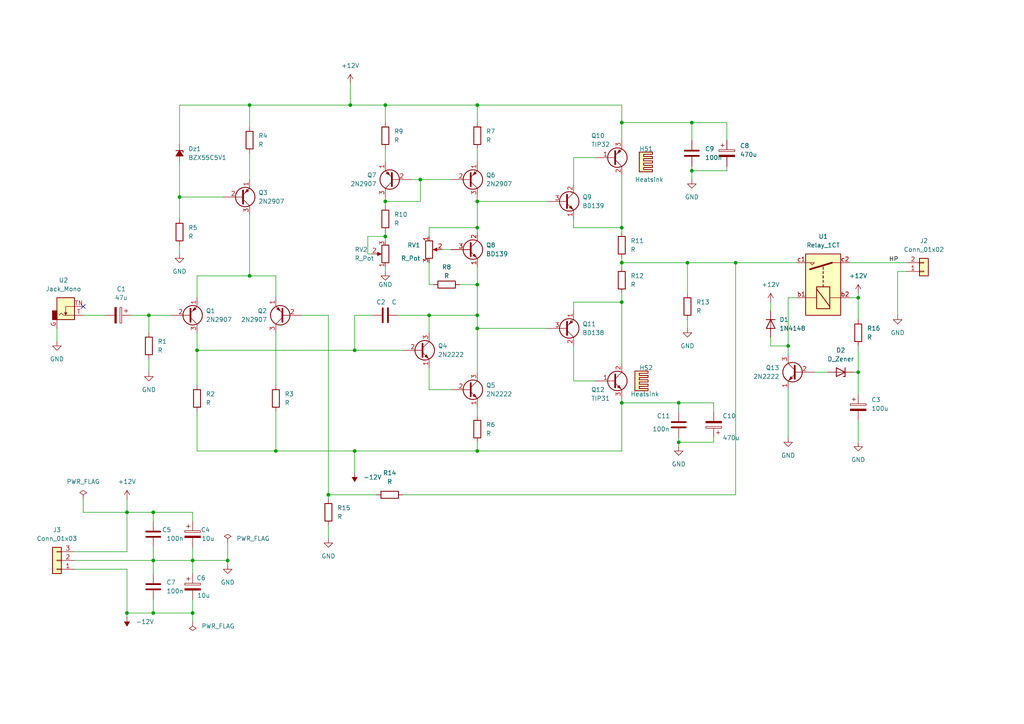
<source format=kicad_sch>
(kicad_sch (version 20211123) (generator eeschema)
  (paper "A4")
  (title_block (title "Schéma Ampli Audio Laborde-Tastet / Rahli") (company "3 IMACS Groupe E") (comment 1 "Version 5") (comment 2 "strap en horizontal au lieux de diagonal") (comment 3 "Pistes élargies") (comment 4 "modifs:"))
  (lib_symbols
    (symbol "Connector_Generic:Conn_01x02" (pin_names (offset 1.016) hide)
      (property "Reference" "J" (at 0 2.54 0))
      (property "Value" "Conn_01x02" (at 0 -5.08 0))
      (symbol "Conn_01x02_1_1"
        (rectangle (start -1.27 -2.413) (end 0 -2.667) (stroke (width 0.1524)))
        (rectangle (start -1.27 0.127) (end 0 -0.127) (stroke (width 0.1524)))
        (rectangle (start -1.27 1.27) (end 1.27 -3.81) (stroke (width 0.254)) (fill (type background)))
        (pin passive line (at -5.08 0 0) (length 3.81) (name "Pin_1") (number "1"))
        (pin passive line (at -5.08 -2.54 0) (length 3.81) (name "Pin_2") (number "2"))
      )
    )
    (symbol "Connector_Generic:Conn_01x03" (pin_names (offset 1.016) hide)
      (property "Reference" "J" (at 0 5.08 0))
      (property "Value" "Conn_01x03" (at 0 -5.08 0))
      (symbol "Conn_01x03_1_1"
        (rectangle (start -1.27 -2.413) (end 0 -2.667) (stroke (width 0.1524)))
        (rectangle (start -1.27 0.127) (end 0 -0.127) (stroke (width 0.1524)))
        (rectangle (start -1.27 2.667) (end 0 2.413) (stroke (width 0.1524)))
        (rectangle (start -1.27 3.81) (end 1.27 -3.81) (stroke (width 0.254)) (fill (type background)))
        (pin passive line (at -5.08 2.54 0) (length 3.81) (name "Pin_1") (number "1"))
        (pin passive line (at -5.08 0 0) (length 3.81) (name "Pin_2") (number "2"))
        (pin passive line (at -5.08 -2.54 0) (length 3.81) (name "Pin_3") (number "3"))
      )
    )
    (symbol "Device:C" (pin_numbers hide) (pin_names (offset 0.254))
      (property "Reference" "C" (at 0.635 2.54 0))
      (property "Value" "C" (at 0.635 -2.54 0))
      (symbol "C_0_1"
        (polyline (pts (xy -2.032 -0.762) (xy 2.032 -0.762)) (stroke (width 0.508)))
        (polyline (pts (xy -2.032 0.762) (xy 2.032 0.762)) (stroke (width 0.508)))
      )
      (symbol "C_1_1"
        (pin passive line (at 0 3.81 270) (length 2.794) (name "~") (number "1"))
        (pin passive line (at 0 -3.81 90) (length 2.794) (name "~") (number "2"))
      )
    )
    (symbol "Device:C_Polarized" (pin_numbers hide) (pin_names (offset 0.254))
      (property "Reference" "C" (at 0.635 2.54 0))
      (property "Value" "C_Polarized" (at 0.635 -2.54 0))
      (symbol "C_Polarized_0_1"
        (rectangle (start -2.286 0.508) (end 2.286 1.016))
        (polyline (pts (xy -1.778 2.286) (xy -0.762 2.286)))
        (polyline (pts (xy -1.27 2.794) (xy -1.27 1.778)))
        (rectangle (start 2.286 -0.508) (end -2.286 -1.016) (fill (type outline)))
      )
      (symbol "C_Polarized_1_1"
        (pin passive line (at 0 3.81 270) (length 2.794) (name "~") (number "1"))
        (pin passive line (at 0 -3.81 90) (length 2.794) (name "~") (number "2"))
      )
    )
    (symbol "Device:D_Zener" (pin_numbers hide) (pin_names (offset 1.016) hide)
      (property "Reference" "D" (at 0 2.54 0))
      (property "Value" "D_Zener" (at 0 -2.54 0))
      (symbol "D_Zener_0_1"
        (polyline (pts (xy 1.27 0) (xy -1.27 0)))
        (polyline (pts (xy -1.27 -1.27) (xy -1.27 1.27) (xy -0.762 1.27)) (stroke (width 0.254)))
        (polyline (pts (xy 1.27 -1.27) (xy 1.27 1.27) (xy -1.27 0) (xy 1.27 -1.27)) (stroke (width 0.254)))
      )
      (symbol "D_Zener_1_1"
        (pin passive line (at -3.81 0 0) (length 2.54) (name "K") (number "1"))
        (pin passive line (at 3.81 0 180) (length 2.54) (name "A") (number "2"))
      )
    )
    (symbol "Device:D_Zener_Small_Filled" (pin_numbers hide) (pin_names (offset 0.254) hide)
      (property "Reference" "D" (at 0 2.286 0))
      (property "Value" "D_Zener_Small_Filled" (at 0 -2.286 0))
      (symbol "D_Zener_Small_Filled_0_1"
        (polyline (pts (xy 0.762 0) (xy -0.762 0)))
        (polyline (pts (xy -0.254 1.016) (xy -0.762 1.016) (xy -0.762 -1.016)) (stroke (width 0.254)))
        (polyline (pts (xy 0.762 1.016) (xy -0.762 0) (xy 0.762 -1.016) (xy 0.762 1.016)) (stroke (width 0.254)) (fill (type outline)))
      )
      (symbol "D_Zener_Small_Filled_1_1"
        (pin passive line (at -2.54 0 0) (length 1.778) (name "K") (number "1"))
        (pin passive line (at 2.54 0 180) (length 1.778) (name "A") (number "2"))
      )
    )
    (symbol "Device:Q_NPN_BCE" (pin_names (offset 0) hide)
      (property "Reference" "Q" (at 5.08 1.27 0))
      (property "Value" "Q_NPN_BCE" (at 5.08 -1.27 0))
      (symbol "Q_NPN_BCE_0_1"
        (polyline (pts (xy 0.635 0.635) (xy 2.54 2.54)))
        (polyline (pts (xy 0.635 -0.635) (xy 2.54 -2.54) (xy 2.54 -2.54)))
        (polyline (pts (xy 0.635 1.905) (xy 0.635 -1.905) (xy 0.635 -1.905)) (stroke (width 0.508)))
        (polyline (pts (xy 1.27 -1.778) (xy 1.778 -1.27) (xy 2.286 -2.286) (xy 1.27 -1.778) (xy 1.27 -1.778)) (fill (type outline)))
        (circle (center 1.27 0) (radius 2.8194) (stroke (width 0.254)))
      )
      (symbol "Q_NPN_BCE_1_1"
        (pin input line (at -5.08 0 0) (length 5.715) (name "B") (number "1"))
        (pin passive line (at 2.54 5.08 270) (length 2.54) (name "C") (number "2"))
        (pin passive line (at 2.54 -5.08 90) (length 2.54) (name "E") (number "3"))
      )
    )
    (symbol "Device:Q_NPN_EBC" (pin_names (offset 0) hide)
      (property "Reference" "Q" (at 5.08 1.27 0))
      (property "Value" "Q_NPN_EBC" (at 5.08 -1.27 0))
      (symbol "Q_NPN_EBC_0_1"
        (polyline (pts (xy 0.635 0.635) (xy 2.54 2.54)))
        (polyline (pts (xy 0.635 -0.635) (xy 2.54 -2.54) (xy 2.54 -2.54)))
        (polyline (pts (xy 0.635 1.905) (xy 0.635 -1.905) (xy 0.635 -1.905)) (stroke (width 0.508)))
        (polyline (pts (xy 1.27 -1.778) (xy 1.778 -1.27) (xy 2.286 -2.286) (xy 1.27 -1.778) (xy 1.27 -1.778)) (fill (type outline)))
        (circle (center 1.27 0) (radius 2.8194) (stroke (width 0.254)))
      )
      (symbol "Q_NPN_EBC_1_1"
        (pin passive line (at 2.54 -5.08 90) (length 2.54) (name "E") (number "1"))
        (pin passive line (at -5.08 0 0) (length 5.715) (name "B") (number "2"))
        (pin passive line (at 2.54 5.08 270) (length 2.54) (name "C") (number "3"))
      )
    )
    (symbol "Device:Q_NPN_ECB" (pin_names (offset 0) hide)
      (property "Reference" "Q" (at 5.08 1.27 0))
      (property "Value" "Q_NPN_ECB" (at 5.08 -1.27 0))
      (symbol "Q_NPN_ECB_0_1"
        (polyline (pts (xy 0.635 0.635) (xy 2.54 2.54)))
        (polyline (pts (xy 0.635 -0.635) (xy 2.54 -2.54) (xy 2.54 -2.54)))
        (polyline (pts (xy 0.635 1.905) (xy 0.635 -1.905) (xy 0.635 -1.905)) (stroke (width 0.508)))
        (polyline (pts (xy 1.27 -1.778) (xy 1.778 -1.27) (xy 2.286 -2.286) (xy 1.27 -1.778) (xy 1.27 -1.778)) (fill (type outline)))
        (circle (center 1.27 0) (radius 2.8194) (stroke (width 0.254)))
      )
      (symbol "Q_NPN_ECB_1_1"
        (pin passive line (at 2.54 -5.08 90) (length 2.54) (name "E") (number "1"))
        (pin passive line (at 2.54 5.08 270) (length 2.54) (name "C") (number "2"))
        (pin passive line (at -5.08 0 0) (length 5.715) (name "B") (number "3"))
      )
    )
    (symbol "Device:Q_PNP_BCE" (pin_names (offset 0) hide)
      (property "Reference" "Q" (at 5.08 1.27 0))
      (property "Value" "Q_PNP_BCE" (at 5.08 -1.27 0))
      (symbol "Q_PNP_BCE_0_1"
        (polyline (pts (xy 0.635 0.635) (xy 2.54 2.54)))
        (polyline (pts (xy 0.635 -0.635) (xy 2.54 -2.54) (xy 2.54 -2.54)))
        (polyline (pts (xy 0.635 1.905) (xy 0.635 -1.905) (xy 0.635 -1.905)) (stroke (width 0.508)))
        (polyline (pts (xy 2.286 -1.778) (xy 1.778 -2.286) (xy 1.27 -1.27) (xy 2.286 -1.778) (xy 2.286 -1.778)) (fill (type outline)))
        (circle (center 1.27 0) (radius 2.8194) (stroke (width 0.254)))
      )
      (symbol "Q_PNP_BCE_1_1"
        (pin input line (at -5.08 0 0) (length 5.715) (name "B") (number "1"))
        (pin passive line (at 2.54 5.08 270) (length 2.54) (name "C") (number "2"))
        (pin passive line (at 2.54 -5.08 90) (length 2.54) (name "E") (number "3"))
      )
    )
    (symbol "Device:Q_PNP_EBC" (pin_names (offset 0) hide)
      (property "Reference" "Q" (at 5.08 1.27 0))
      (property "Value" "Q_PNP_EBC" (at 5.08 -1.27 0))
      (symbol "Q_PNP_EBC_0_1"
        (polyline (pts (xy 0.635 0.635) (xy 2.54 2.54)))
        (polyline (pts (xy 0.635 -0.635) (xy 2.54 -2.54) (xy 2.54 -2.54)))
        (polyline (pts (xy 0.635 1.905) (xy 0.635 -1.905) (xy 0.635 -1.905)) (stroke (width 0.508)))
        (polyline (pts (xy 2.286 -1.778) (xy 1.778 -2.286) (xy 1.27 -1.27) (xy 2.286 -1.778) (xy 2.286 -1.778)) (fill (type outline)))
        (circle (center 1.27 0) (radius 2.8194) (stroke (width 0.254)))
      )
      (symbol "Q_PNP_EBC_1_1"
        (pin passive line (at 2.54 -5.08 90) (length 2.54) (name "E") (number "1"))
        (pin input line (at -5.08 0 0) (length 5.715) (name "B") (number "2"))
        (pin passive line (at 2.54 5.08 270) (length 2.54) (name "C") (number "3"))
      )
    )
    (symbol "Device:Q_PNP_ECB" (pin_names (offset 0) hide)
      (property "Reference" "Q" (at 5.08 1.27 0))
      (property "Value" "Q_PNP_ECB" (at 5.08 -1.27 0))
      (symbol "Q_PNP_ECB_0_1"
        (polyline (pts (xy 0.635 0.635) (xy 2.54 2.54)))
        (polyline (pts (xy 0.635 -0.635) (xy 2.54 -2.54) (xy 2.54 -2.54)))
        (polyline (pts (xy 0.635 1.905) (xy 0.635 -1.905) (xy 0.635 -1.905)) (stroke (width 0.508)))
        (polyline (pts (xy 2.286 -1.778) (xy 1.778 -2.286) (xy 1.27 -1.27) (xy 2.286 -1.778) (xy 2.286 -1.778)) (fill (type outline)))
        (circle (center 1.27 0) (radius 2.8194) (stroke (width 0.254)))
      )
      (symbol "Q_PNP_ECB_1_1"
        (pin passive line (at 2.54 -5.08 90) (length 2.54) (name "E") (number "1"))
        (pin passive line (at 2.54 5.08 270) (length 2.54) (name "C") (number "2"))
        (pin input line (at -5.08 0 0) (length 5.715) (name "B") (number "3"))
      )
    )
    (symbol "Device:R" (pin_numbers hide) (pin_names (offset 0))
      (property "Reference" "R" (at 2.032 0 90))
      (property "Value" "R" (at 0 0 90))
      (symbol "R_0_1"
        (rectangle (start -1.016 -2.54) (end 1.016 2.54) (stroke (width 0.254)))
      )
      (symbol "R_1_1"
        (pin passive line (at 0 3.81 270) (length 1.27) (name "~") (number "1"))
        (pin passive line (at 0 -3.81 90) (length 1.27) (name "~") (number "2"))
      )
    )
    (symbol "Device:R_Potentiometer" (pin_names (offset 1.016) hide)
      (property "Reference" "RV" (at -4.445 0 90))
      (property "Value" "R_Potentiometer" (at -2.54 0 90))
      (symbol "R_Potentiometer_0_1"
        (polyline (pts (xy 2.54 0) (xy 1.524 0)))
        (polyline (pts (xy 1.143 0) (xy 2.286 0.508) (xy 2.286 -0.508) (xy 1.143 0)) (fill (type outline)))
        (rectangle (start 1.016 2.54) (end -1.016 -2.54) (stroke (width 0.254)))
      )
      (symbol "R_Potentiometer_1_1"
        (pin passive line (at 0 3.81 270) (length 1.27) (name "1") (number "1"))
        (pin passive line (at 3.81 0 180) (length 1.27) (name "2") (number "2"))
        (pin passive line (at 0 -3.81 90) (length 1.27) (name "3") (number "3"))
      )
    )
    (symbol "Diode:1N4148" (pin_numbers hide) (pin_names (offset 1.016) hide)
      (property "Reference" "D" (at 0 2.54 0))
      (property "Value" "1N4148" (at 0 -2.54 0))
      (symbol "1N4148_0_1"
        (polyline (pts (xy -1.27 1.27) (xy -1.27 -1.27)) (stroke (width 0.254)))
        (polyline (pts (xy 1.27 0) (xy -1.27 0)))
        (polyline (pts (xy 1.27 1.27) (xy 1.27 -1.27) (xy -1.27 0) (xy 1.27 1.27)) (stroke (width 0.254)))
      )
      (symbol "1N4148_1_1"
        (pin passive line (at -3.81 0 0) (length 2.54) (name "K") (number "1"))
        (pin passive line (at 3.81 0 180) (length 2.54) (name "A") (number "2"))
      )
    )
    (symbol "Mechanical:Heatsink" (pin_names (offset 1.016))
      (property "Reference" "HS" (at 0 5.08 0))
      (property "Value" "Heatsink" (at 0 -1.27 0))
      (symbol "Heatsink_0_1"
        (polyline (pts (xy -0.3302 1.27) (xy -0.9652 1.27) (xy -0.9652 3.81) (xy -1.6002 3.81) (xy -1.6002 1.27) (xy -2.2352 1.27) (xy -2.2352 3.81) (xy -2.8702 3.81) (xy -2.8702 0) (xy -0.9652 0)) (stroke (width 0.254)) (fill (type background)))
        (polyline (pts (xy -0.3302 1.27) (xy -0.3302 3.81) (xy 0.3048 3.81) (xy 0.3048 1.27) (xy 0.9398 1.27) (xy 0.9398 3.81) (xy 1.5748 3.81) (xy 1.5748 1.27) (xy 2.2098 1.27) (xy 2.2098 3.81) (xy 2.8448 3.81) (xy 2.8448 0) (xy -0.9652 0)) (stroke (width 0.254)) (fill (type background)))
      )
    )
    (symbol "power:+12V" (power) (pin_names (offset 0))
      (property "Value" "+12V" (at 0 3.556 0))
      (symbol "+12V_0_1"
        (polyline (pts (xy -0.762 1.27) (xy 0 2.54)))
        (polyline (pts (xy 0 0) (xy 0 2.54)))
        (polyline (pts (xy 0 2.54) (xy 0.762 1.27)))
      )
      (symbol "+12V_1_1"
        (pin power_in line (at 0 0 90) (length 0) hide (name "+12V") (number "1"))
      )
    )
    (symbol "power:-12V" (power) (pin_names (offset 0))
      (property "Value" "-12V" (at 0 3.81 0))
      (symbol "-12V_0_0"
        (pin power_in line (at 0 0 90) (length 0) hide (name "-12V") (number "1"))
      )
      (symbol "-12V_0_1"
        (polyline (pts (xy 0 0) (xy 0 1.27) (xy 0.762 1.27) (xy 0 2.54) (xy -0.762 1.27) (xy 0 1.27)) (fill (type outline)))
      )
    )
    (symbol "power:GND" (power) (pin_names (offset 0))
      (property "Value" "GND" (at 0 -3.81 0))
      (symbol "GND_0_1"
        (polyline (pts (xy 0 0) (xy 0 -1.27) (xy 1.27 -1.27) (xy 0 -2.54) (xy -1.27 -1.27) (xy 0 -1.27)))
      )
      (symbol "GND_1_1"
        (pin power_in line (at 0 0 270) (length 0) hide (name "GND") (number "1"))
      )
    )
    (symbol "power:PWR_FLAG" (power) (pin_numbers hide) (pin_names (offset 0) hide)
      (property "Value" "PWR_FLAG" (at 0 3.81 0))
      (symbol "PWR_FLAG_0_0"
        (pin power_out line (at 0 0 90) (length 0) (name "pwr") (number "1"))
      )
      (symbol "PWR_FLAG_0_1"
        (polyline (pts (xy 0 0) (xy 0 1.27) (xy -1.016 1.905) (xy 0 2.54) (xy 1.016 1.905) (xy 0 1.27)))
      )
    )
    (symbol "projetBE:Jack_Mono" (pin_names (offset 1.016))
      (property "Reference" "U" (at 1.27 5.08 0))
      (property "Value" "Jack_Mono" (at 1.27 -8.89 0))
      (symbol "Jack_Mono_0_1"
        (polyline (pts (xy 2.54 0) (xy 0 0) (xy 0 -2.54)))
        (polyline (pts (xy 0 -2.413) (xy 0.381 -1.778) (xy -0.381 -1.778) (xy 0 -2.413)) (fill (type outline)))
        (polyline (pts (xy 2.54 -2.54) (xy -0.635 -2.54) (xy -1.27 -1.905) (xy -1.905 -2.54)))
      )
      (symbol "Jack_Mono_1_1"
        (rectangle (start -2.54 -3.81) (end -3.81 -1.27) (stroke (width 0.254)) (fill (type outline)))
        (rectangle (start 2.54 2.54) (end -2.54 -3.81) (stroke (width 0.254)) (fill (type background)))
        (pin passive line (at -2.54 -6.35 90) (length 2.54) (name "~") (number "G"))
        (pin passive line (at 5.08 -2.54 180) (length 2.54) (name "~") (number "T"))
        (pin passive line (at 5.08 0 180) (length 2.54) (name "~") (number "TN"))
      )
    )
    (symbol "projetBE:Relay_1CT" (pin_names (offset 1.016))
      (property "Reference" "U" (at -2.54 10.16 0))
      (property "Value" "Relay_1CT" (at 0 -11.43 0))
      (symbol "Relay_1CT_1_0"
        (polyline (pts (xy 5.08 3.81) (xy 5.08 5.08)))
        (polyline (pts (xy 5.08 3.81) (xy 5.08 2.54) (xy 4.445 3.175) (xy 5.08 3.81)))
      )
      (symbol "Relay_1CT_1_1"
        (rectangle (start -10.16 5.08) (end 7.62 -5.08) (stroke (width 0.254)) (fill (type background)))
        (rectangle (start -8.255 1.905) (end -1.905 -1.905) (stroke (width 0.254)))
        (polyline (pts (xy -7.62 -1.905) (xy -2.54 1.905)) (stroke (width 0.254)))
        (polyline (pts (xy -5.08 -5.08) (xy -5.08 -1.905)))
        (polyline (pts (xy -5.08 5.08) (xy -5.08 1.905)))
        (polyline (pts (xy -1.905 0) (xy -1.27 0)) (stroke (width 0.254)))
        (polyline (pts (xy -0.635 0) (xy 0 0)) (stroke (width 0.254)))
        (polyline (pts (xy 0.635 0) (xy 1.27 0)) (stroke (width 0.254)))
        (polyline (pts (xy 0.635 0) (xy 1.27 0)) (stroke (width 0.254)))
        (polyline (pts (xy 1.905 0) (xy 2.54 0)) (stroke (width 0.254)))
        (polyline (pts (xy 3.175 0) (xy 3.81 0)) (stroke (width 0.254)))
        (polyline (pts (xy 5.08 -2.54) (xy 3.175 3.81)) (stroke (width 0.508)))
        (polyline (pts (xy 5.08 -2.54) (xy 5.08 -5.08)))
        (pin passive line (at -5.08 7.62 270) (length 2.54) (name "~") (number "b1"))
        (pin passive line (at -5.08 -7.62 90) (length 2.54) (name "~") (number "b2"))
        (pin passive line (at 5.08 7.62 270) (length 2.54) (name "~") (number "c1"))
        (pin passive line (at 5.08 -7.62 90) (length 2.54) (name "~") (number "c2"))
      )
    )
  )
  (junction (at 228.6 100.33))
  (junction (at 138.43 30.48))
  (junction (at 44.45 177.8))
  (junction (at 52.07 57.15))
  (junction (at 72.39 80.01))
  (junction (at 101.6 30.48))
  (junction (at 36.83 148.59))
  (junction (at 43.18 91.44))
  (junction (at 44.45 162.56))
  (junction (at 138.43 82.55))
  (junction (at 180.34 76.2))
  (junction (at 55.88 162.56))
  (junction (at 36.83 177.8))
  (junction (at 138.43 91.44))
  (junction (at 66.04 162.56))
  (junction (at 248.92 107.95))
  (junction (at 44.45 148.59))
  (junction (at 111.76 58.42))
  (junction (at 138.43 66.04))
  (junction (at 102.87 130.81))
  (junction (at 180.34 66.04))
  (junction (at 121.92 52.07))
  (junction (at 138.43 95.25))
  (junction (at 180.34 87.63))
  (junction (at 138.43 58.42))
  (junction (at 111.76 68.58))
  (junction (at 138.43 130.81))
  (junction (at 213.36 76.2))
  (junction (at 124.46 91.44))
  (junction (at 180.34 116.84))
  (junction (at 200.66 49.53))
  (junction (at 196.85 116.84))
  (junction (at 200.66 35.56))
  (junction (at 196.85 128.27))
  (junction (at 95.25 143.51))
  (junction (at 55.88 177.8))
  (junction (at 72.39 30.48))
  (junction (at 111.76 30.48))
  (junction (at 180.34 35.56))
  (junction (at 248.92 86.36))
  (junction (at 80.01 130.81))
  (junction (at 199.39 76.2))
  (junction (at 57.15 101.6))
  (junction (at 102.87 101.6))
  (no_connect (at 24.13 88.9))
  (wire (pts (xy 21.59 165.1) (xy 36.83 165.1)))
  (wire (pts (xy 138.43 82.55) (xy 138.43 91.44)))
  (wire (pts (xy 138.43 58.42) (xy 158.75 58.42)))
  (wire (pts (xy 72.39 30.48) (xy 101.6 30.48)))
  (wire (pts (xy 196.85 127) (xy 196.85 128.27)))
  (wire (pts (xy 180.34 35.56) (xy 200.66 35.56)))
  (wire (pts (xy 133.35 82.55) (xy 138.43 82.55)))
  (wire (pts (xy 124.46 113.03) (xy 124.46 106.68)))
  (wire (pts (xy 180.34 66.04) (xy 180.34 67.31)))
  (wire (pts (xy 213.36 143.51) (xy 213.36 76.2)))
  (wire (pts (xy 109.22 143.51) (xy 95.25 143.51)))
  (wire (pts (xy 138.43 30.48) (xy 138.43 35.56)))
  (wire (pts (xy 72.39 30.48) (xy 72.39 36.83)))
  (wire (pts (xy 236.22 107.95) (xy 240.03 107.95)))
  (wire (pts (xy 166.37 66.04) (xy 180.34 66.04)))
  (wire (pts (xy 55.88 177.8) (xy 55.88 180.34)))
  (wire (pts (xy 44.45 177.8) (xy 55.88 177.8)))
  (wire (pts (xy 200.66 35.56) (xy 200.66 40.64)))
  (wire (pts (xy 207.01 128.27) (xy 207.01 127)))
  (wire (pts (xy 200.66 49.53) (xy 210.82 49.53)))
  (wire (pts (xy 128.27 72.39) (xy 130.81 72.39)))
  (wire (pts (xy 200.66 48.26) (xy 200.66 49.53)))
  (wire (pts (xy 44.45 162.56) (xy 44.45 158.75)))
  (wire (pts (xy 101.6 30.48) (xy 111.76 30.48)))
  (wire (pts (xy 52.07 46.99) (xy 52.07 57.15)))
  (wire (pts (xy 248.92 85.09) (xy 248.92 86.36)))
  (wire (pts (xy 55.88 173.99) (xy 55.88 177.8)))
  (wire (pts (xy 80.01 96.52) (xy 80.01 111.76)))
  (wire (pts (xy 106.68 68.58) (xy 106.68 73.66)))
  (wire (pts (xy 52.07 30.48) (xy 72.39 30.48)))
  (wire (pts (xy 21.59 162.56) (xy 44.45 162.56)))
  (wire (pts (xy 223.52 97.79) (xy 223.52 100.33)))
  (wire (pts (xy 138.43 58.42) (xy 138.43 66.04)))
  (wire (pts (xy 111.76 68.58) (xy 111.76 69.85)))
  (wire (pts (xy 55.88 162.56) (xy 66.04 162.56)))
  (wire (pts (xy 180.34 116.84) (xy 180.34 130.81)))
  (wire (pts (xy 228.6 86.36) (xy 228.6 100.33)))
  (wire (pts (xy 210.82 49.53) (xy 210.82 48.26)))
  (wire (pts (xy 138.43 118.11) (xy 138.43 120.65)))
  (wire (pts (xy 111.76 58.42) (xy 121.92 58.42)))
  (wire (pts (xy 72.39 62.23) (xy 72.39 80.01)))
  (wire (pts (xy 36.83 144.78) (xy 36.83 148.59)))
  (wire (pts (xy 166.37 53.34) (xy 166.37 45.72)))
  (wire (pts (xy 121.92 52.07) (xy 130.81 52.07)))
  (wire (pts (xy 57.15 101.6) (xy 102.87 101.6)))
  (wire (pts (xy 180.34 40.64) (xy 180.34 35.56)))
  (wire (pts (xy 196.85 128.27) (xy 207.01 128.27)))
  (wire (pts (xy 246.38 76.2) (xy 262.89 76.2)))
  (wire (pts (xy 57.15 101.6) (xy 57.15 111.76)))
  (wire (pts (xy 43.18 91.44) (xy 43.18 96.52)))
  (wire (pts (xy 66.04 162.56) (xy 66.04 163.83)))
  (wire (pts (xy 199.39 76.2) (xy 213.36 76.2)))
  (wire (pts (xy 36.83 148.59) (xy 36.83 160.02)))
  (wire (pts (xy 223.52 100.33) (xy 228.6 100.33)))
  (wire (pts (xy 124.46 82.55) (xy 125.73 82.55)))
  (wire (pts (xy 124.46 76.2) (xy 124.46 82.55)))
  (wire (pts (xy 44.45 148.59) (xy 55.88 148.59)))
  (wire (pts (xy 180.34 35.56) (xy 180.34 30.48)))
  (wire (pts (xy 210.82 35.56) (xy 210.82 40.64)))
  (wire (pts (xy 180.34 76.2) (xy 199.39 76.2)))
  (wire (pts (xy 102.87 130.81) (xy 80.01 130.81)))
  (wire (pts (xy 80.01 119.38) (xy 80.01 130.81)))
  (wire (pts (xy 223.52 87.63) (xy 223.52 90.17)))
  (wire (pts (xy 166.37 45.72) (xy 172.72 45.72)))
  (wire (pts (xy 102.87 137.16) (xy 102.87 130.81)))
  (wire (pts (xy 44.45 162.56) (xy 55.88 162.56)))
  (wire (pts (xy 43.18 104.14) (xy 43.18 107.95)))
  (wire (pts (xy 121.92 52.07) (xy 121.92 58.42)))
  (wire (pts (xy 55.88 162.56) (xy 55.88 166.37)))
  (wire (pts (xy 111.76 30.48) (xy 138.43 30.48)))
  (wire (pts (xy 101.6 24.13) (xy 101.6 30.48)))
  (wire (pts (xy 52.07 71.12) (xy 52.07 73.66)))
  (wire (pts (xy 44.45 173.99) (xy 44.45 177.8)))
  (wire (pts (xy 107.95 91.44) (xy 102.87 91.44)))
  (wire (pts (xy 180.34 50.8) (xy 180.34 66.04)))
  (wire (pts (xy 102.87 130.81) (xy 138.43 130.81)))
  (wire (pts (xy 180.34 130.81) (xy 138.43 130.81)))
  (wire (pts (xy 57.15 86.36) (xy 57.15 80.01)))
  (wire (pts (xy 166.37 100.33) (xy 166.37 110.49)))
  (wire (pts (xy 138.43 91.44) (xy 138.43 95.25)))
  (wire (pts (xy 138.43 77.47) (xy 138.43 82.55)))
  (wire (pts (xy 24.13 91.44) (xy 30.48 91.44)))
  (wire (pts (xy 52.07 57.15) (xy 52.07 63.5)))
  (wire (pts (xy 24.13 148.59) (xy 36.83 148.59)))
  (wire (pts (xy 228.6 113.03) (xy 228.6 127)))
  (wire (pts (xy 166.37 90.17) (xy 166.37 87.63)))
  (wire (pts (xy 124.46 68.58) (xy 124.46 66.04)))
  (wire (pts (xy 246.38 86.36) (xy 248.92 86.36)))
  (wire (pts (xy 44.45 148.59) (xy 44.45 151.13)))
  (wire (pts (xy 111.76 30.48) (xy 111.76 35.56)))
  (wire (pts (xy 95.25 152.4) (xy 95.25 156.21)))
  (wire (pts (xy 80.01 80.01) (xy 80.01 86.36)))
  (wire (pts (xy 199.39 76.2) (xy 199.39 85.09)))
  (wire (pts (xy 200.66 35.56) (xy 210.82 35.56)))
  (wire (pts (xy 64.77 57.15) (xy 52.07 57.15)))
  (wire (pts (xy 138.43 95.25) (xy 138.43 107.95)))
  (wire (pts (xy 36.83 165.1) (xy 36.83 177.8)))
  (wire (pts (xy 199.39 92.71) (xy 199.39 95.25)))
  (wire (pts (xy 111.76 67.31) (xy 111.76 68.58)))
  (wire (pts (xy 248.92 107.95) (xy 247.65 107.95)))
  (wire (pts (xy 138.43 43.18) (xy 138.43 46.99)))
  (wire (pts (xy 213.36 76.2) (xy 231.14 76.2)))
  (wire (pts (xy 57.15 119.38) (xy 57.15 130.81)))
  (wire (pts (xy 116.84 143.51) (xy 213.36 143.51)))
  (wire (pts (xy 36.83 148.59) (xy 44.45 148.59)))
  (wire (pts (xy 87.63 91.44) (xy 95.25 91.44)))
  (wire (pts (xy 24.13 144.78) (xy 24.13 148.59)))
  (wire (pts (xy 124.46 66.04) (xy 138.43 66.04)))
  (wire (pts (xy 180.34 74.93) (xy 180.34 76.2)))
  (wire (pts (xy 44.45 177.8) (xy 36.83 177.8)))
  (wire (pts (xy 106.68 73.66) (xy 107.95 73.66)))
  (wire (pts (xy 260.35 91.44) (xy 260.35 78.74)))
  (wire (pts (xy 200.66 49.53) (xy 200.66 52.07)))
  (wire (pts (xy 138.43 95.25) (xy 158.75 95.25)))
  (wire (pts (xy 57.15 96.52) (xy 57.15 101.6)))
  (wire (pts (xy 72.39 44.45) (xy 72.39 52.07)))
  (wire (pts (xy 196.85 128.27) (xy 196.85 129.54)))
  (wire (pts (xy 80.01 130.81) (xy 57.15 130.81)))
  (wire (pts (xy 180.34 115.57) (xy 180.34 116.84)))
  (wire (pts (xy 196.85 116.84) (xy 207.01 116.84)))
  (wire (pts (xy 95.25 91.44) (xy 95.25 143.51)))
  (wire (pts (xy 138.43 130.81) (xy 138.43 128.27)))
  (wire (pts (xy 138.43 30.48) (xy 180.34 30.48)))
  (wire (pts (xy 138.43 57.15) (xy 138.43 58.42)))
  (wire (pts (xy 196.85 116.84) (xy 196.85 119.38)))
  (wire (pts (xy 115.57 91.44) (xy 124.46 91.44)))
  (wire (pts (xy 166.37 63.5) (xy 166.37 66.04)))
  (wire (pts (xy 95.25 143.51) (xy 95.25 144.78)))
  (wire (pts (xy 248.92 121.92) (xy 248.92 128.27)))
  (wire (pts (xy 72.39 80.01) (xy 80.01 80.01)))
  (wire (pts (xy 111.76 43.18) (xy 111.76 46.99)))
  (wire (pts (xy 55.88 148.59) (xy 55.88 151.13)))
  (wire (pts (xy 166.37 87.63) (xy 180.34 87.63)))
  (wire (pts (xy 38.1 91.44) (xy 43.18 91.44)))
  (wire (pts (xy 36.83 177.8) (xy 36.83 179.07)))
  (wire (pts (xy 228.6 100.33) (xy 228.6 102.87)))
  (wire (pts (xy 180.34 87.63) (xy 180.34 105.41)))
  (wire (pts (xy 130.81 113.03) (xy 124.46 113.03)))
  (wire (pts (xy 102.87 91.44) (xy 102.87 101.6)))
  (wire (pts (xy 36.83 160.02) (xy 21.59 160.02)))
  (wire (pts (xy 248.92 107.95) (xy 248.92 114.3)))
  (wire (pts (xy 66.04 157.48) (xy 66.04 162.56)))
  (wire (pts (xy 180.34 76.2) (xy 180.34 77.47)))
  (wire (pts (xy 119.38 52.07) (xy 121.92 52.07)))
  (wire (pts (xy 124.46 91.44) (xy 124.46 96.52)))
  (wire (pts (xy 111.76 77.47) (xy 111.76 78.74)))
  (wire (pts (xy 248.92 86.36) (xy 248.92 92.71)))
  (wire (pts (xy 260.35 78.74) (xy 262.89 78.74)))
  (wire (pts (xy 57.15 80.01) (xy 72.39 80.01)))
  (wire (pts (xy 55.88 162.56) (xy 55.88 158.75)))
  (wire (pts (xy 166.37 110.49) (xy 172.72 110.49)))
  (wire (pts (xy 248.92 100.33) (xy 248.92 107.95)))
  (wire (pts (xy 138.43 66.04) (xy 138.43 67.31)))
  (wire (pts (xy 111.76 58.42) (xy 111.76 59.69)))
  (wire (pts (xy 102.87 101.6) (xy 116.84 101.6)))
  (wire (pts (xy 43.18 91.44) (xy 49.53 91.44)))
  (wire (pts (xy 231.14 86.36) (xy 228.6 86.36)))
  (wire (pts (xy 16.51 95.25) (xy 16.51 99.06)))
  (wire (pts (xy 52.07 41.91) (xy 52.07 30.48)))
  (wire (pts (xy 207.01 116.84) (xy 207.01 119.38)))
  (wire (pts (xy 111.76 68.58) (xy 106.68 68.58)))
  (wire (pts (xy 44.45 162.56) (xy 44.45 166.37)))
  (wire (pts (xy 111.76 57.15) (xy 111.76 58.42)))
  (wire (pts (xy 124.46 91.44) (xy 138.43 91.44)))
  (wire (pts (xy 180.34 85.09) (xy 180.34 87.63)))
  (wire (pts (xy 180.34 116.84) (xy 196.85 116.84)))
  (label "HP" (at 257.81 76.2 0))
  (symbol (lib_id "Device:C_Polarized") (at 55.88 170.18 0) (unit 1)
    (property "Reference" "C6" (at 59.69 167.64 0) (effects (justify right)))
    (property "Value" "10u" (at 60.96 172.72 0) (effects (justify right)))
    (property "Footprint" "importation:CP_Radial_D8.0mm_P5.00mm" (effects hide))
  )
  (symbol (lib_id "Device:R") (at 199.39 88.9 0) (unit 1)
    (property "Reference" "R13" (at 201.93 87.6299 0) (effects (justify left)))
    (property "Value" "R" (at 201.93 90.1699 0) (effects (justify left)))
    (property "Footprint" "importation:R_Axial_DIN0207_L6.3mm_D2.5mm_P10.16mm_Horizontal" (effects hide))
  )
  (symbol (lib_id "power:GND") (at 52.07 73.66 0) (unit 1)
    (property "Reference" "#PWR0110" (effects hide))
    (property "Value" "GND" (at 52.07 78.74 0))
  )
  (symbol (lib_id "Device:Q_PNP_EBC") (at 69.85 57.15 0) (mirror x) (unit 1)
    (property "Reference" "Q3" (at 74.93 55.8799 0) (effects (justify left)))
    (property "Value" "2N2907" (at 74.93 58.4199 0) (effects (justify left)))
    (property "Footprint" "importation:TO-18-3" (effects hide))
  )
  (symbol (lib_id "power:GND") (at 95.25 156.21 0) (unit 1)
    (property "Reference" "#PWR0112" (effects hide))
    (property "Value" "GND" (at 95.25 161.29 0))
  )
  (symbol (lib_id "power:GND") (at 248.92 128.27 0) (unit 1)
    (property "Reference" "#PWR0104" (effects hide))
    (property "Value" "GND" (at 248.92 133.35 0))
  )
  (symbol (lib_id "Device:C") (at 200.66 44.45 0) (unit 1)
    (property "Reference" "C9" (at 204.47 43.1799 0) (effects (justify left)))
    (property "Value" "100n" (at 204.47 45.7199 0) (effects (justify left)))
    (property "Footprint" "importation:C_Rect_L7.2mm_W3.5mm_P5.00mm_FKS2_FKP2_MKS2_MKP2" (effects hide))
  )
  (symbol (lib_id "power:+12V") (at 248.92 85.09 0) (unit 1)
    (property "Reference" "#PWR0102" (effects hide))
    (property "Value" "+12V" (at 248.92 80.01 0))
  )
  (symbol (lib_id "power:GND") (at 228.6 127 0) (unit 1)
    (property "Reference" "#PWR0103" (effects hide))
    (property "Value" "GND" (at 228.6 132.08 0))
  )
  (symbol (lib_id "Device:R") (at 138.43 124.46 0) (unit 1)
    (property "Reference" "R6" (at 140.97 123.1899 0) (effects (justify left)))
    (property "Value" "R" (at 140.97 125.7299 0) (effects (justify left)))
    (property "Footprint" "importation:R_Axial_DIN0207_L6.3mm_D2.5mm_P10.16mm_Horizontal" (effects hide))
  )
  (symbol (lib_id "power:+12V") (at 101.6 24.13 0) (unit 1)
    (property "Reference" "#PWR0109" (effects hide))
    (property "Value" "+12V" (at 101.6 19.05 0))
  )
  (symbol (lib_id "Device:Q_PNP_ECB") (at 163.83 95.25 0) (mirror x) (unit 1)
    (property "Reference" "Q11" (at 168.91 93.9799 0) (effects (justify left)))
    (property "Value" "BD138" (at 168.91 96.5199 0) (effects (justify left)))
    (property "Footprint" "importation:TO-126-3_Vertical" (effects hide))
  )
  (symbol (lib_id "Diode:1N4148") (at 223.52 93.98 270) (unit 1)
    (property "Reference" "D1" (at 226.06 92.7099 90) (effects (justify left)))
    (property "Value" "1N4148" (at 226.06 95.2499 90) (effects (justify left)))
    (property "Footprint" "importation:D_DO-35_SOD27_P10.16mm_Horizontal" (effects hide))
    (property "Datasheet" "https://assets.nexperia.com/documents/data-sheet/1N4148_1N4448.pdf" (effects hide))
  )
  (symbol (lib_id "Device:C_Polarized") (at 55.88 154.94 0) (unit 1)
    (property "Reference" "C4" (at 60.96 153.67 0) (effects (justify right)))
    (property "Value" "10u" (at 62.23 156.21 0) (effects (justify right)))
    (property "Footprint" "importation:CP_Radial_D8.0mm_P5.00mm" (effects hide))
  )
  (symbol (lib_id "Device:Q_PNP_EBC") (at 114.3 52.07 180) (unit 1)
    (property "Reference" "Q7" (at 109.22 50.7999 0) (effects (justify left)))
    (property "Value" "2N2907" (at 109.22 53.3399 0) (effects (justify left)))
    (property "Footprint" "importation:TO-18-3" (effects hide))
  )
  (symbol (lib_id "power:-12V") (at 102.87 137.16 180) (unit 1)
    (property "Reference" "#PWR0113" (effects hide))
    (property "Value" "-12V" (at 105.41 138.4299 0) (effects (justify right)))
  )
  (symbol (lib_id "Device:C") (at 196.85 123.19 0) (unit 1)
    (property "Reference" "C11" (at 190.5 120.65 0) (effects (justify left)))
    (property "Value" "100n" (at 189.23 124.46 0) (effects (justify left)))
    (property "Footprint" "importation:C_Rect_L7.2mm_W3.5mm_P5.00mm_FKS2_FKP2_MKS2_MKP2" (effects hide))
  )
  (symbol (lib_id "power:GND") (at 66.04 163.83 0) (unit 1)
    (property "Reference" "#PWR0118" (effects hide))
    (property "Value" "GND" (at 66.04 168.91 0))
  )
  (symbol (lib_id "Device:R") (at 80.01 115.57 0) (unit 1)
    (property "Reference" "R3" (at 82.55 114.2999 0) (effects (justify left)))
    (property "Value" "R" (at 82.55 116.8399 0) (effects (justify left)))
    (property "Footprint" "importation:R_Axial_DIN0207_L6.3mm_D2.5mm_P10.16mm_Horizontal" (effects hide))
  )
  (symbol (lib_id "Device:R") (at 43.18 100.33 0) (unit 1)
    (property "Reference" "R1" (at 45.72 99.0599 0) (effects (justify left)))
    (property "Value" "R" (at 45.72 101.5999 0) (effects (justify left)))
    (property "Footprint" "importation:R_Axial_DIN0207_L6.3mm_D2.5mm_P10.16mm_Horizontal" (effects hide))
  )
  (symbol (lib_id "power:+12V") (at 36.83 144.78 0) (unit 1)
    (property "Reference" "#PWR0116" (effects hide))
    (property "Value" "+12V" (at 36.83 139.7 0))
  )
  (symbol (lib_id "Device:Q_NPN_BCE") (at 177.8 110.49 0) (unit 1)
    (property "Reference" "Q12" (at 171.45 113.03 0) (effects (justify left)))
    (property "Value" "TIP31" (at 171.45 115.57 0) (effects (justify left)))
    (property "Footprint" "importation:TO-220-3_Vertical" (effects hide))
  )
  (symbol (lib_id "Device:Q_NPN_EBC") (at 135.89 113.03 0) (unit 1)
    (property "Reference" "Q5" (at 140.97 111.7599 0) (effects (justify left)))
    (property "Value" "2N2222" (at 140.97 114.2999 0) (effects (justify left)))
    (property "Footprint" "importation:TO-18-3" (effects hide))
  )
  (symbol (lib_id "Device:C") (at 111.76 91.44 270) (unit 1)
    (property "Reference" "C2" (at 110.49 87.63 90))
    (property "Value" "C" (at 114.3 87.63 90))
    (property "Footprint" "importation:C_Rect_L7.2mm_W3.5mm_P5.00mm_FKS2_FKP2_MKS2_MKP2" (effects hide))
  )
  (symbol (lib_id "Device:C") (at 44.45 154.94 0) (unit 1)
    (property "Reference" "C5" (at 46.99 153.67 0) (effects (justify left)))
    (property "Value" "100n" (at 48.26 156.2099 0) (effects (justify left)))
    (property "Footprint" "importation:C_Rect_L7.2mm_W3.5mm_P5.00mm_FKS2_FKP2_MKS2_MKP2" (effects hide))
  )
  (symbol (lib_id "power:GND") (at 199.39 95.25 0) (unit 1)
    (property "Reference" "#PWR0108" (effects hide))
    (property "Value" "GND" (at 199.39 100.33 0))
  )
  (symbol (lib_id "Device:D_Zener") (at 243.84 107.95 180) (unit 1)
    (property "Reference" "D2" (at 243.84 101.6 0))
    (property "Value" "D_Zener" (at 243.84 104.14 0))
    (property "Footprint" "importation:D_DO-35_SOD27_P10.16mm_Horizontal" (effects hide))
  )
  (symbol (lib_id "Device:D_Zener_Small_Filled") (at 52.07 44.45 270) (unit 1)
    (property "Reference" "Dz1" (at 54.61 43.1799 90) (effects (justify left)))
    (property "Value" "BZX55C5V1" (at 54.61 45.7199 90) (effects (justify left)))
    (property "Footprint" "importation:D_DO-35_SOD27_P10.16mm_Horizontal" (effects hide))
  )
  (symbol (lib_id "Device:R") (at 57.15 115.57 0) (unit 1)
    (property "Reference" "R2" (at 59.69 114.2999 0) (effects (justify left)))
    (property "Value" "R" (at 59.69 116.8399 0) (effects (justify left)))
    (property "Footprint" "importation:R_Axial_DIN0207_L6.3mm_D2.5mm_P10.16mm_Horizontal" (effects hide))
  )
  (symbol (lib_id "Mechanical:Heatsink") (at 184.15 110.49 270) (unit 1)
    (property "Reference" "HS2" (at 185.42 106.68 90) (effects (justify left)))
    (property "Value" "Heatsink" (at 182.88 114.3 90) (effects (justify left)))
    (property "Footprint" "importation:Heatsink_Fischer_SK104-STC-STIC_35x13mm_2xDrill2.5mm" (effects hide))
  )
  (symbol (lib_id "Device:Q_PNP_EBC") (at 54.61 91.44 0) (mirror x) (unit 1)
    (property "Reference" "Q1" (at 59.69 90.1699 0) (effects (justify left)))
    (property "Value" "2N2907" (at 59.69 92.7099 0) (effects (justify left)))
    (property "Footprint" "importation:TO-18-3" (effects hide))
  )
  (symbol (lib_id "power:-12V") (at 36.83 179.07 180) (unit 1)
    (property "Reference" "#PWR0117" (effects hide))
    (property "Value" "-12V" (at 39.37 180.3399 0) (effects (justify right)))
  )
  (symbol (lib_id "Device:Q_PNP_BCE") (at 177.8 45.72 0) (mirror x) (unit 1)
    (property "Reference" "Q10" (at 171.45 39.37 0) (effects (justify left)))
    (property "Value" "TIP32" (at 171.45 41.91 0) (effects (justify left)))
    (property "Footprint" "importation:TO-220-3_Vertical" (effects hide))
  )
  (symbol (lib_id "Device:R") (at 52.07 67.31 0) (unit 1)
    (property "Reference" "R5" (at 54.61 66.0399 0) (effects (justify left)))
    (property "Value" "R" (at 54.61 68.5799 0) (effects (justify left)))
    (property "Footprint" "importation:R_Axial_DIN0207_L6.3mm_D2.5mm_P10.16mm_Horizontal" (effects hide))
  )
  (symbol (lib_id "power:+12V") (at 223.52 87.63 0) (unit 1)
    (property "Reference" "#PWR0106" (effects hide))
    (property "Value" "+12V" (at 223.52 82.55 0))
  )
  (symbol (lib_id "Device:Q_PNP_EBC") (at 82.55 91.44 180) (unit 1)
    (property "Reference" "Q2" (at 77.47 90.1699 0) (effects (justify left)))
    (property "Value" "2N2907" (at 77.47 92.7099 0) (effects (justify left)))
    (property "Footprint" "importation:TO-18-3" (effects hide))
  )
  (symbol (lib_id "Device:Q_PNP_EBC") (at 135.89 52.07 0) (mirror x) (unit 1)
    (property "Reference" "Q6" (at 140.97 50.7999 0) (effects (justify left)))
    (property "Value" "2N2907" (at 140.97 53.3399 0) (effects (justify left)))
    (property "Footprint" "importation:TO-18-3" (effects hide))
  )
  (symbol (lib_id "power:PWR_FLAG") (at 66.04 157.48 0) (unit 1)
    (property "Reference" "#FLG0101" (effects hide))
    (property "Value" "PWR_FLAG" (at 68.58 156.2099 0) (effects (justify left)))
  )
  (symbol (lib_id "power:GND") (at 16.51 99.06 0) (unit 1)
    (property "Reference" "#PWR0115" (effects hide))
    (property "Value" "GND" (at 16.51 104.14 0))
  )
  (symbol (lib_id "Device:R") (at 72.39 40.64 0) (unit 1)
    (property "Reference" "R4" (at 74.93 39.3699 0) (effects (justify left)))
    (property "Value" "R" (at 74.93 41.9099 0) (effects (justify left)))
    (property "Footprint" "importation:R_Axial_DIN0207_L6.3mm_D2.5mm_P10.16mm_Horizontal" (effects hide))
  )
  (symbol (lib_id "Device:R") (at 248.92 96.52 0) (unit 1)
    (property "Reference" "R16" (at 251.46 95.2499 0) (effects (justify left)))
    (property "Value" "R" (at 251.46 97.7899 0) (effects (justify left)))
    (property "Footprint" "importation:R_Axial_DIN0207_L6.3mm_D2.5mm_P10.16mm_Horizontal" (effects hide))
  )
  (symbol (lib_id "Device:R") (at 111.76 39.37 0) (unit 1)
    (property "Reference" "R9" (at 114.3 38.0999 0) (effects (justify left)))
    (property "Value" "R" (at 114.3 40.6399 0) (effects (justify left)))
    (property "Footprint" "importation:R_Axial_DIN0207_L6.3mm_D2.5mm_P10.16mm_Horizontal" (effects hide))
  )
  (symbol (lib_id "power:GND") (at 43.18 107.95 0) (unit 1)
    (property "Reference" "#PWR0114" (effects hide))
    (property "Value" "GND" (at 43.18 113.03 0))
  )
  (symbol (lib_id "Device:R_Potentiometer") (at 124.46 72.39 0) (unit 1)
    (property "Reference" "RV1" (at 121.92 71.1199 0) (effects (justify right)))
    (property "Value" "R_Pot" (at 121.92 74.93 0) (effects (justify right)))
    (property "Footprint" "importation:Potentiometer_Bourns_3296W_Vertical" (effects hide))
  )
  (symbol (lib_id "Device:C_Polarized") (at 248.92 118.11 0) (unit 1)
    (property "Reference" "C3" (at 252.73 115.9509 0) (effects (justify left)))
    (property "Value" "100u" (at 252.73 118.4909 0) (effects (justify left)))
    (property "Footprint" "importation:CP_Radial_D8.0mm_P5.00mm" (effects hide))
  )
  (symbol (lib_id "Device:R") (at 138.43 39.37 0) (unit 1)
    (property "Reference" "R7" (at 140.97 38.0999 0) (effects (justify left)))
    (property "Value" "R" (at 140.97 40.6399 0) (effects (justify left)))
    (property "Footprint" "importation:R_Axial_DIN0207_L6.3mm_D2.5mm_P10.16mm_Horizontal" (effects hide))
  )
  (symbol (lib_id "Device:Q_NPN_EBC") (at 231.14 107.95 0) (mirror y) (unit 1)
    (property "Reference" "Q13" (at 226.06 106.6799 0) (effects (justify left)))
    (property "Value" "2N2222" (at 226.06 109.2199 0) (effects (justify left)))
    (property "Footprint" "importation:TO-18-3" (effects hide))
  )
  (symbol (lib_id "Device:C_Polarized") (at 210.82 44.45 0) (unit 1)
    (property "Reference" "C8" (at 214.63 42.2909 0) (effects (justify left)))
    (property "Value" "470u" (at 214.63 44.8309 0) (effects (justify left)))
    (property "Footprint" "importation:CP_Radial_D12.5mm_P5.00mm" (effects hide))
  )
  (symbol (lib_id "Device:R") (at 180.34 81.28 0) (unit 1)
    (property "Reference" "R12" (at 182.88 80.0099 0) (effects (justify left)))
    (property "Value" "R" (at 182.88 82.5499 0) (effects (justify left)))
    (property "Footprint" "importation:R_Axial_DIN0516_L15.5mm_D5.0mm_P20.32mm_Horizontal" (effects hide))
  )
  (symbol (lib_id "Device:R") (at 95.25 148.59 0) (unit 1)
    (property "Reference" "R15" (at 97.79 147.3199 0) (effects (justify left)))
    (property "Value" "R" (at 97.79 149.8599 0) (effects (justify left)))
    (property "Footprint" "importation:R_Axial_DIN0207_L6.3mm_D2.5mm_P10.16mm_Horizontal" (effects hide))
  )
  (symbol (lib_id "Connector_Generic:Conn_01x02") (at 267.97 78.74 0) (mirror x) (unit 1)
    (property "Reference" "J2" (at 267.97 69.85 0))
    (property "Value" "Conn_01x02" (at 267.97 72.39 0))
    (property "Footprint" "importation:PhoenixContact_MSTBVA_2,5_2-G-5,08_1x02_P5.08mm_Vertical" (effects hide))
  )
  (symbol (lib_id "Device:R") (at 113.03 143.51 90) (unit 1)
    (property "Reference" "R14" (at 113.03 137.16 90))
    (property "Value" "R" (at 113.03 139.7 90))
    (property "Footprint" "importation:R_Axial_DIN0207_L6.3mm_D2.5mm_P10.16mm_Horizontal" (effects hide))
  )
  (symbol (lib_id "power:GND") (at 200.66 52.07 0) (unit 1)
    (property "Reference" "#PWR0101" (effects hide))
    (property "Value" "GND" (at 200.66 57.15 0))
  )
  (symbol (lib_id "power:GND") (at 111.76 78.74 0) (unit 1)
    (property "Reference" "#PWR0111" (effects hide))
    (property "Value" "GND" (at 111.76 82.55 0))
  )
  (symbol (lib_id "Device:Q_NPN_ECB") (at 163.83 58.42 0) (unit 1)
    (property "Reference" "Q9" (at 168.91 57.1499 0) (effects (justify left)))
    (property "Value" "BD139" (at 168.91 59.6899 0) (effects (justify left)))
    (property "Footprint" "importation:TO-126-3_Vertical" (effects hide))
  )
  (symbol (lib_id "Device:Q_NPN_ECB") (at 135.89 72.39 0) (unit 1)
    (property "Reference" "Q8" (at 140.97 71.1199 0) (effects (justify left)))
    (property "Value" "BD139" (at 140.97 73.6599 0) (effects (justify left)))
    (property "Footprint" "importation:TO-126-3_Vertical" (effects hide))
  )
  (symbol (lib_id "power:GND") (at 196.85 129.54 0) (unit 1)
    (property "Reference" "#PWR0107" (effects hide))
    (property "Value" "GND" (at 196.85 134.62 0))
  )
  (symbol (lib_id "Device:C_Polarized") (at 207.01 123.19 180) (unit 1)
    (property "Reference" "C10" (at 209.55 120.65 0) (effects (justify right)))
    (property "Value" "470u" (at 209.55 127 0) (effects (justify right)))
    (property "Footprint" "importation:CP_Radial_D12.5mm_P5.00mm" (effects hide))
  )
  (symbol (lib_id "Device:R") (at 129.54 82.55 90) (unit 1)
    (property "Reference" "R8" (at 129.54 77.47 90))
    (property "Value" "R" (at 129.54 80.01 90))
    (property "Footprint" "importation:R_Axial_DIN0207_L6.3mm_D2.5mm_P10.16mm_Horizontal" (effects hide))
  )
  (symbol (lib_id "Device:R_Potentiometer") (at 111.76 73.66 180) (unit 1)
    (property "Reference" "RV2" (at 102.87 72.39 0) (effects (justify right)))
    (property "Value" "R_Pot" (at 102.87 74.93 0) (effects (justify right)))
    (property "Footprint" "importation:Potentiometer_Bourns_3296W_Vertical" (effects hide))
  )
  (symbol (lib_id "Connector_Generic:Conn_01x03") (at 16.51 162.56 180) (unit 1)
    (property "Reference" "J3" (at 16.51 153.67 0))
    (property "Value" "Conn_01x03" (at 16.51 156.21 0))
    (property "Footprint" "importation:PhoenixContact_MSTBVA_2,5_3-G-5,08_1x03_P5.08mm_Vertical" (effects hide))
  )
  (symbol (lib_id "Mechanical:Heatsink") (at 185.42 46.99 270) (unit 1)
    (property "Reference" "H51" (at 185.42 43.18 90) (effects (justify left)))
    (property "Value" "Heatsink" (at 184.15 52.07 90) (effects (justify left)))
    (property "Footprint" "importation:Heatsink_Fischer_SK104-STC-STIC_35x13mm_2xDrill2.5mm" (effects hide))
  )
  (symbol (lib_id "power:GND") (at 260.35 91.44 0) (unit 1)
    (property "Reference" "#PWR0105" (effects hide))
    (property "Value" "GND" (at 260.35 96.52 0))
  )
  (symbol (lib_id "Device:R") (at 111.76 63.5 0) (unit 1)
    (property "Reference" "R10" (at 114.3 62.2299 0) (effects (justify left)))
    (property "Value" "R" (at 114.3 64.7699 0) (effects (justify left)))
    (property "Footprint" "importation:R_Axial_DIN0207_L6.3mm_D2.5mm_P10.16mm_Horizontal" (effects hide))
  )
  (symbol (lib_id "Device:Q_NPN_EBC") (at 121.92 101.6 0) (unit 1)
    (property "Reference" "Q4" (at 127 100.3299 0) (effects (justify left)))
    (property "Value" "2N2222" (at 127 102.8699 0) (effects (justify left)))
    (property "Footprint" "importation:TO-18-3" (effects hide))
  )
  (symbol (lib_id "projetBE:Jack_Mono") (at 19.05 88.9 0) (unit 1)
    (property "Reference" "U2" (at 18.415 81.28 0))
    (property "Value" "Jack_Mono" (at 18.415 83.82 0))
    (property "Footprint" "importation:Jack_35RAPC2AV" (effects hide))
  )
  (symbol (lib_id "Device:C") (at 44.45 170.18 0) (unit 1)
    (property "Reference" "C7" (at 48.26 168.9099 0) (effects (justify left)))
    (property "Value" "100n" (at 48.26 171.4499 0) (effects (justify left)))
    (property "Footprint" "importation:C_Rect_L7.2mm_W3.5mm_P5.00mm_FKS2_FKP2_MKS2_MKP2" (effects hide))
  )
  (symbol (lib_id "Device:R") (at 180.34 71.12 0) (unit 1)
    (property "Reference" "R11" (at 182.88 69.8499 0) (effects (justify left)))
    (property "Value" "R" (at 182.88 72.3899 0) (effects (justify left)))
    (property "Footprint" "importation:R_Axial_DIN0516_L15.5mm_D5.0mm_P20.32mm_Horizontal" (effects hide))
  )
  (symbol (lib_id "power:PWR_FLAG") (at 24.13 144.78 0) (unit 1)
    (property "Reference" "#FLG0102" (effects hide))
    (property "Value" "PWR_FLAG" (at 24.13 139.7 0))
  )
  (symbol (lib_id "power:PWR_FLAG") (at 55.88 180.34 180) (unit 1)
    (property "Reference" "#FLG0103" (effects hide))
    (property "Value" "PWR_FLAG" (at 58.42 181.6099 0) (effects (justify right)))
  )
  (symbol (lib_id "Device:C_Polarized") (at 34.29 91.44 270) (unit 1)
    (property "Reference" "C1" (at 35.179 83.82 90))
    (property "Value" "47u" (at 35.179 86.36 90))
    (property "Footprint" "importation:CP_Radial_D8.0mm_P5.00mm" (effects hide))
  )
  (symbol (lib_id "projetBE:Relay_1CT") (at 238.76 81.28 90) (unit 1)
    (property "Reference" "U1" (at 238.76 68.58 90))
    (property "Value" "Relay_1CT" (at 238.76 71.12 90))
    (property "Footprint" "importation:Relais_112LMH2" (effects hide))
  )
)
</source>
